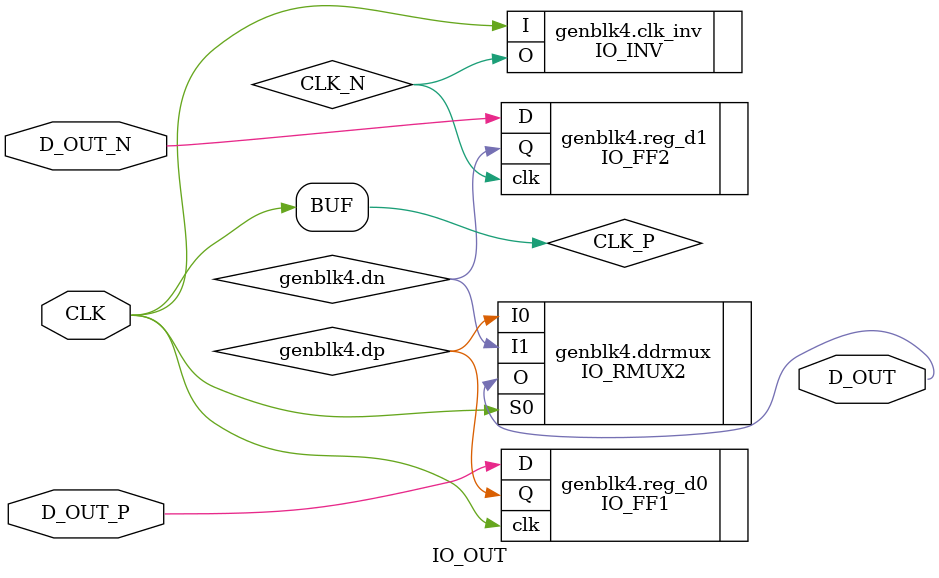
<source format=v>
`include "../ff1/io_ff1.sim.v"
`include "../ff2/io_ff2.sim.v"
`include "../inv/io_inv.sim.v"
`include "../routing/rmux2/io_rmux2.sim.v"

(* MODES = "DISABLE; DIRECT; REGISTERED; DDR" *)
module IO_OUT (
	CLK,

	D_OUT_P,
	D_OUT_N,

	D_OUT
);
	/* Input registers clock */
	(* CLOCK *)
	input wire CLK;

	input wire D_OUT_P; /* Data on positive clk edge */
	input wire D_OUT_N; /* Data on negative clk edge */

	/* Data to PACKAGE_PIN on falling clk edge */
	(* DELAY_CONST_D_OUT_P="10e-12" *)
	(* DELAY_CONST_D_OUT_N="10e-12" *)
	output wire D_OUT;

	parameter MODE = "DDR";

	/* Clock */
	wire CLK_P;
	wire CLK_N;
	assign CLK_P = CLK;

	generate
		if (MODE == "DISABLE") begin
		end
		if (MODE == "DIRECT") begin
			assign D_OUT = D_OUT_P;
		end
		if (MODE == "REGISTERED") begin
			wire do;
			IO_FF1 reg_d0(.clk(CLK_P), .D(D_OUT_P), .Q(D_OUT));
		end
		if (MODE == "DDR") begin
			IO_INV #(.MODE("INVERT")) clk_inv(.I(CLK_P), .O(CLK_N));

			wire dp;
			IO_FF1 reg_d0(.clk(CLK_P), .D(D_OUT_P), .Q(dp));
			wire dn;
			IO_FF2 reg_d1(.clk(CLK_N), .D(D_OUT_N), .Q(dn));

			/* DDR MUX */
			IO_RMUX2 ddrmux(
				.I0(dp),
				.I1(dn),
				.S0(CLK),
				.O(D_OUT));
		end
	endgenerate
endmodule

</source>
